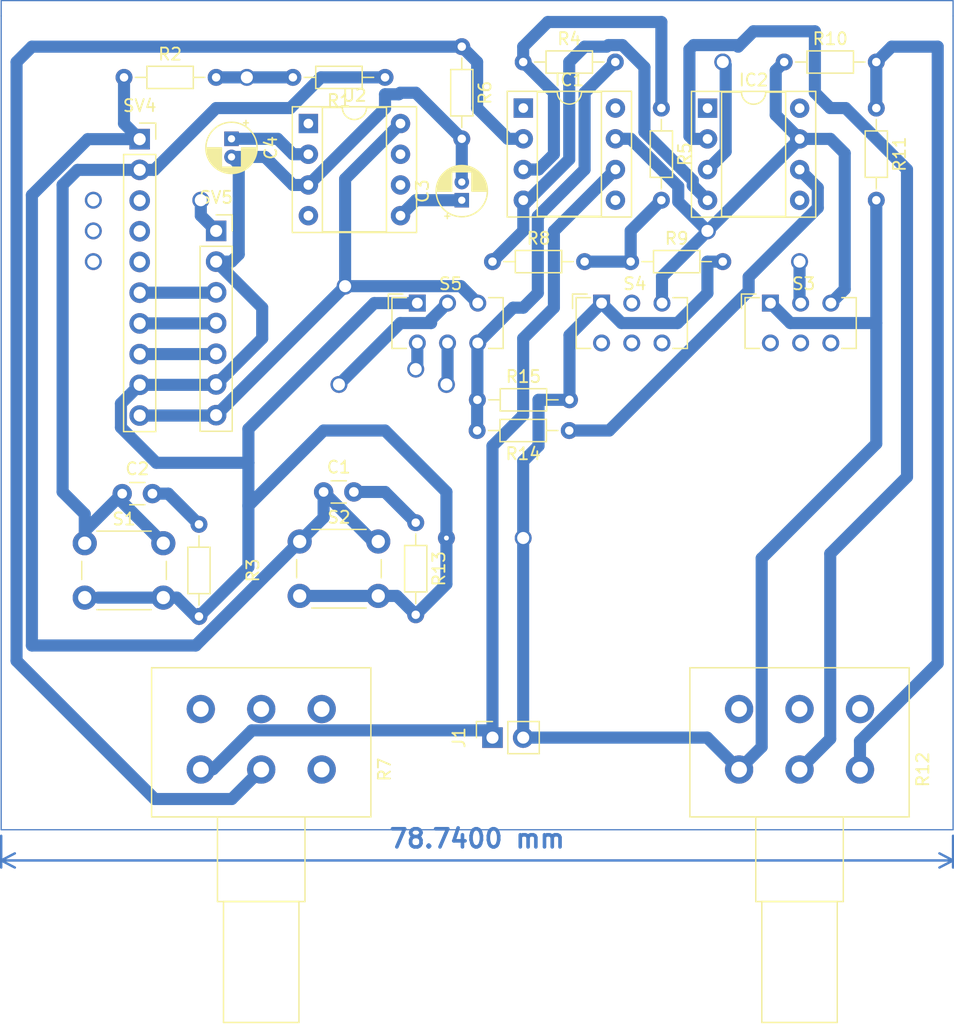
<source format=kicad_pcb>
(kicad_pcb (version 20211014) (generator pcbnew)
  (layers (0 "F.Cu" signal) (31 "B.Cu" signal) (34 "B.Paste" user) (35 "F.Paste" user) (36 "B.SilkS" user "B.Silkscreen") (37 "F.SilkS" user "F.Silkscreen") (38 "B.Mask" user) (39 "F.Mask" user) (44 "Edge.Cuts" user))
  (net 0 "")
  (net 1 "/FPLUS")
  (net 2 "+5V")
  (net 3 "/FMINUS")
  (net 4 "Net-(C2-Pad2)")
  (net 5 "GND")
  (net 6 "Net-(IC1-Pad3)")
  (net 7 "/VIN_AMP")
  (net 8 "Net-(R5-Pad2)")
  (net 9 "Net-(IC1-Pad2)")
  (net 10 "-5V")
  (net 11 "/0.65V")
  (net 12 "Net-(C1-Pad2)")
  (net 13 "/VOUT_DUT")
  (net 15 "/VOUT_AMP")
  (net 16 "Net-(IC2-Pad2)")
  (net 22 "/VIN_DUT")
  (net 25 "Net-(C4-Pad-)")
  (net 26 "Net-(C3-Pad+)")
  (net 29 "Net-(C3-Pad-)")
  (net 30 "/TRI")
  (net 31 "/SQR")
  (net 32 "/SIN")
  (net 33 "/FSYNC")
  (net 34 "/SCLK")
  (net 35 "/SDATA")
  (net 36 "/OUT")
  (footprint "Resistor_THT:R_Axial_DIN0204_L3.6mm_D1.6mm_P7.62mm_Horizontal" (layer "F.Cu") (at 115.57 143.51 -90)
    (fp_text reference "R13" (at 3.81 -1.92 90) (layer "F.SilkS"))
    (fp_text value "100")
    (pad "1" thru_hole circle locked (at 0 0 270) (size 1.4 1.4) (drill 0.7) (layers *.Cu *.Mask) (net 12 "Net-(C1-Pad2)"))
    (pad "2" thru_hole oval locked (at 7.62 0 270) (size 1.4 1.4) (drill 0.7) (layers *.Cu *.Mask) (net 5 "GND"))
  )
  (footprint "Resistor_THT:R_Axial_DIN0204_L3.6mm_D1.6mm_P7.62mm_Horizontal" (layer "F.Cu") (at 97.64 143.65 -90)
    (fp_text reference "R3" (at 3.81 -4.46 90) (layer "F.SilkS"))
    (fp_text value "100")
    (pad "1" thru_hole circle locked (at 0 0 270) (size 1.4 1.4) (drill 0.7) (layers *.Cu *.Mask) (net 4 "Net-(C2-Pad2)"))
    (pad "2" thru_hole oval locked (at 7.62 0 270) (size 1.4 1.4) (drill 0.7) (layers *.Cu *.Mask) (net 5 "GND"))
  )
  (footprint "Button_Switch_THT:SW_CuK_JS202011CQN_DPDT_Straight" (layer "F.Cu") (at 115.7025 125.35)
    (fp_text reference "S5" (at 2.75 -1.6) (layer "F.SilkS"))
    (fp_text value "PVA2")
    (pad "1" thru_hole rect locked (at 0 0) (size 1.4 1.4) (drill 0.9) (layers *.Cu *.Mask) (net 5 "GND"))
    (pad "2" thru_hole circle locked (at 2.5 0) (size 1.4 1.4) (drill 0.9) (layers *.Cu *.Mask) (net 31 "/SQR"))
    (pad "3" thru_hole circle locked (at 5 0) (size 1.4 1.4) (drill 0.9) (layers *.Cu *.Mask) (net 2 "+5V"))
    (pad "4" thru_hole circle locked (at 0 3.3) (size 1.4 1.4) (drill 0.9) (layers *.Cu *.Mask) (net 22 "/VIN_DUT"))
    (pad "5" thru_hole circle locked (at 2.5 3.3) (size 1.4 1.4) (drill 0.9) (layers *.Cu *.Mask) (net 36 "/OUT"))
    (pad "6" thru_hole circle locked (at 5 3.3) (size 1.4 1.4) (drill 0.9) (layers *.Cu *.Mask) (net 7 "/VIN_AMP"))
  )
  (footprint "Connector_PinSocket_2.54mm:PinSocket_1x02_P2.54mm_Vertical" (layer "F.Cu") (at 121.92 161.29 90)
    (fp_text reference "J1" (at 0 -2.77 90) (layer "F.SilkS"))
    (fp_text value "Conn_01x02_Female")
    (pad "1" thru_hole rect locked (at 0 0 90) (size 1.7 1.7) (drill 1) (layers *.Cu *.Mask) (net 15 "/VOUT_AMP"))
    (pad "2" thru_hole oval locked (at 0 2.54 90) (size 1.7 1.7) (drill 1) (layers *.Cu *.Mask) (net 5 "GND"))
  )
  (footprint "Capacitor_THT:CP_Radial_D4.0mm_P1.50mm" (layer "F.Cu") (at 119.38 116.84 90)
    (fp_text reference "C3" (at 0.75 -3.25 90) (layer "F.SilkS"))
    (fp_text value "100uF")
    (pad "1" thru_hole rect locked (at 0 0 90) (size 1.2 1.2) (drill 0.6) (layers *.Cu *.Mask) (net 25 "Net-(C4-Pad-)"))
    (pad "2" thru_hole circle locked (at 1.5 0 90) (size 1.2 1.2) (drill 0.6) (layers *.Cu *.Mask) (net 5 "GND"))
  )
  (footprint "Capacitor_THT:C_Disc_D3.0mm_W1.6mm_P2.50mm" (layer "F.Cu") (at 107.95 140.97)
    (fp_text reference "C1" (at 1.25 -2.05) (layer "F.SilkS"))
    (fp_text value "100nF")
    (pad "1" thru_hole circle locked (at 0 0) (size 1.6 1.6) (drill 0.8) (layers *.Cu *.Mask) (net 3 "/FMINUS"))
    (pad "2" thru_hole circle locked (at 2.5 0) (size 1.6 1.6) (drill 0.8) (layers *.Cu *.Mask) (net 12 "Net-(C1-Pad2)"))
  )
  (footprint "Capacitor_THT:CP_Radial_D4.0mm_P1.50mm" (layer "F.Cu") (at 100.33 111.76 -90)
    (fp_text reference "C4" (at 0.75 -3.25 90) (layer "F.SilkS"))
    (fp_text value "100uF")
    (pad "1" thru_hole rect locked (at 0 0 270) (size 1.2 1.2) (drill 0.6) (layers *.Cu *.Mask) (net 26 "Net-(C3-Pad+)"))
    (pad "2" thru_hole circle locked (at 1.5 0 270) (size 1.2 1.2) (drill 0.6) (layers *.Cu *.Mask) (net 5 "GND"))
  )
  (footprint "Resistor_THT:R_Axial_DIN0204_L3.6mm_D1.6mm_P7.62mm_Horizontal" (layer "F.Cu") (at 119.38 104.14 -90)
    (fp_text reference "R6" (at 3.81 -1.92 90) (layer "F.SilkS"))
    (fp_text value "12k")
    (pad "1" thru_hole circle locked (at 0 0 270) (size 1.4 1.4) (drill 0.7) (layers *.Cu *.Mask) (net 9 "Net-(IC1-Pad2)"))
    (pad "2" thru_hole oval locked (at 7.62 0 270) (size 1.4 1.4) (drill 0.7) (layers *.Cu *.Mask) (net 5 "GND"))
  )
  (footprint "Resistor_THT:R_Axial_DIN0204_L3.6mm_D1.6mm_P7.62mm_Horizontal" (layer "F.Cu") (at 121.92 121.92)
    (fp_text reference "R8" (at 3.81 -1.92) (layer "F.SilkS"))
    (fp_text value "8k")
    (pad "1" thru_hole circle locked (at 0 0) (size 1.4 1.4) (drill 0.7) (layers *.Cu *.Mask) (net 10 "-5V"))
    (pad "2" thru_hole oval locked (at 7.62 0) (size 1.4 1.4) (drill 0.7) (layers *.Cu *.Mask) (net 8 "Net-(R5-Pad2)"))
  )
  (footprint "Potentiometer_THT:Potentiometer_Alps_RK163_Dual_Horizontal" (layer "F.Cu") (at 142.32 163.93 -90)
    (fp_text reference "R12" (at 0 -15.2 90) (layer "F.SilkS"))
    (fp_text value "100k")
    (pad "1" thru_hole circle locked (at 0 0 270) (size 2.34 2.34) (drill 1.3) (layers *.Cu *.Mask) (net 5 "GND"))
    (pad "2" thru_hole circle locked (at 0 -5 270) (size 2.34 2.34) (drill 1.3) (layers *.Cu *.Mask) (net 16 "Net-(IC2-Pad2)"))
    (pad "3" thru_hole circle locked (at 0 -10 270) (size 2.34 2.34) (drill 1.3) (layers *.Cu *.Mask) (net 11 "/0.65V"))
    (pad "4" thru_hole circle locked (at -5 0 270) (size 2.34 2.34) (drill 1.3) (layers *.Cu *.Mask))
    (pad "5" thru_hole circle locked (at -5 -5 270) (size 2.34 2.34) (drill 1.3) (layers *.Cu *.Mask))
    (pad "6" thru_hole circle locked (at -5 -10 270) (size 2.34 2.34) (drill 1.3) (layers *.Cu *.Mask))
  )
  (footprint "Button_Switch_THT:SW_PUSH_6mm_H4.3mm" (layer "F.Cu") (at 105.97 145.07)
    (fp_text reference "S2" (at 3.25 -2) (layer "F.SilkS"))
    (fp_text value "10-XX")
    (pad "1" thru_hole circle locked (at 6.5 0 90) (size 2 2) (drill 1.1) (layers *.Cu *.Mask) (net 3 "/FMINUS"))
    (pad "1" thru_hole circle locked (at 0 0 90) (size 2 2) (drill 1.1) (layers *.Cu *.Mask) (net 3 "/FMINUS"))
    (pad "2" thru_hole circle locked (at 6.5 4.5 90) (size 2 2) (drill 1.1) (layers *.Cu *.Mask) (net 5 "GND"))
    (pad "2" thru_hole circle locked (at 0 4.5 90) (size 2 2) (drill 1.1) (layers *.Cu *.Mask) (net 5 "GND"))
  )
  (footprint "Connector_PinSocket_2.54mm:PinSocket_1x07_P2.54mm_Vertical" (layer "F.Cu") (at 99.06 119.38)
    (fp_text reference "SV5" (at 0 -2.77) (layer "F.SilkS"))
    (fp_text value "FE07-1")
    (pad "1" thru_hole rect locked (at 0 0) (size 1.7 1.7) (drill 1) (layers *.Cu *.Mask) (net 36 "/OUT"))
    (pad "2" thru_hole oval locked (at 0 2.54) (size 1.7 1.7) (drill 1) (layers *.Cu *.Mask) (net 5 "GND"))
    (pad "3" thru_hole oval locked (at 0 5.08) (size 1.7 1.7) (drill 1) (layers *.Cu *.Mask) (net 33 "/FSYNC"))
    (pad "4" thru_hole oval locked (at 0 7.62) (size 1.7 1.7) (drill 1) (layers *.Cu *.Mask) (net 34 "/SCLK"))
    (pad "5" thru_hole oval locked (at 0 10.16) (size 1.7 1.7) (drill 1) (layers *.Cu *.Mask) (net 35 "/SDATA"))
    (pad "6" thru_hole oval locked (at 0 12.7) (size 1.7 1.7) (drill 1) (layers *.Cu *.Mask) (net 5 "GND"))
    (pad "7" thru_hole oval locked (at 0 15.24) (size 1.7 1.7) (drill 1) (layers *.Cu *.Mask) (net 2 "+5V"))
  )
  (footprint "Resistor_THT:R_Axial_DIN0204_L3.6mm_D1.6mm_P7.62mm_Horizontal" (layer "F.Cu") (at 133.35 121.92)
    (fp_text reference "R9" (at 3.81 -1.92) (layer "F.SilkS"))
    (fp_text value "560")
    (pad "1" thru_hole circle locked (at 0 0) (size 1.4 1.4) (drill 0.7) (layers *.Cu *.Mask) (net 8 "Net-(R5-Pad2)"))
    (pad "2" thru_hole oval locked (at 7.62 0) (size 1.4 1.4) (drill 0.7) (layers *.Cu *.Mask) (net 5 "GND"))
  )
  (footprint "Capacitor_THT:C_Disc_D3.0mm_W1.6mm_P2.50mm" (layer "F.Cu") (at 91.29 141.11)
    (fp_text reference "C2" (at 1.25 -2.05) (layer "F.SilkS"))
    (fp_text value "100nF")
    (pad "1" thru_hole circle locked (at 0 0) (size 1.6 1.6) (drill 0.8) (layers *.Cu *.Mask) (net 1 "/FPLUS"))
    (pad "2" thru_hole circle locked (at 2.5 0) (size 1.6 1.6) (drill 0.8) (layers *.Cu *.Mask) (net 4 "Net-(C2-Pad2)"))
  )
  (footprint "Resistor_THT:R_Axial_DIN0204_L3.6mm_D1.6mm_P7.62mm_Horizontal" (layer "F.Cu") (at 120.67 133.35)
    (fp_text reference "R15" (at 3.81 -1.92) (layer "F.SilkS"))
    (fp_text value "680")
    (pad "1" thru_hole circle locked (at 0 0) (size 1.4 1.4) (drill 0.7) (layers *.Cu *.Mask) (net 7 "/VIN_AMP"))
    (pad "2" thru_hole oval locked (at 7.62 0) (size 1.4 1.4) (drill 0.7) (layers *.Cu *.Mask) (net 5 "GND"))
  )
  (footprint "Package_DIP:DIP-8_W7.62mm_Socket" (layer "F.Cu") (at 106.69 110.5)
    (fp_text reference "U2" (at 3.81 -2.33) (layer "F.SilkS"))
    (fp_text value "ICL7660SIPAZ")
    (pad "1" thru_hole rect locked (at 0 0) (size 1.6 1.6) (drill 0.8) (layers *.Cu *.Mask))
    (pad "2" thru_hole oval locked (at 0 2.54) (size 1.6 1.6) (drill 0.8) (layers *.Cu *.Mask) (net 26 "Net-(C3-Pad+)"))
    (pad "3" thru_hole oval locked (at 0 5.08) (size 1.6 1.6) (drill 0.8) (layers *.Cu *.Mask) (net 5 "GND"))
    (pad "4" thru_hole oval locked (at 0 7.62) (size 1.6 1.6) (drill 0.8) (layers *.Cu *.Mask) (net 29 "Net-(C3-Pad-)"))
    (pad "5" thru_hole oval locked (at 7.62 7.62) (size 1.6 1.6) (drill 0.8) (layers *.Cu *.Mask) (net 25 "Net-(C4-Pad-)"))
    (pad "6" thru_hole oval locked (at 7.62 5.08) (size 1.6 1.6) (drill 0.8) (layers *.Cu *.Mask))
    (pad "7" thru_hole oval locked (at 7.62 2.54) (size 1.6 1.6) (drill 0.8) (layers *.Cu *.Mask))
    (pad "8" thru_hole oval locked (at 7.62 0) (size 1.6 1.6) (drill 0.8) (layers *.Cu *.Mask) (net 2 "+5V"))
  )
  (footprint "Potentiometer_THT:Potentiometer_Alps_RK163_Dual_Horizontal" (layer "F.Cu") (at 97.79 163.93 -90)
    (fp_text reference "R7" (at 0 -15.2 90) (layer "F.SilkS"))
    (fp_text value "3RP/1610N")
    (pad "1" thru_hole circle locked (at 0 0 270) (size 2.34 2.34) (drill 1.3) (layers *.Cu *.Mask) (net 15 "/VOUT_AMP"))
    (pad "2" thru_hole circle locked (at 0 -5 270) (size 2.34 2.34) (drill 1.3) (layers *.Cu *.Mask) (net 9 "Net-(IC1-Pad2)"))
    (pad "3" thru_hole circle locked (at 0 -10 270) (size 2.34 2.34) (drill 1.3) (layers *.Cu *.Mask))
    (pad "4" thru_hole circle locked (at -5 0 270) (size 2.34 2.34) (drill 1.3) (layers *.Cu *.Mask))
    (pad "5" thru_hole circle locked (at -5 -5 270) (size 2.34 2.34) (drill 1.3) (layers *.Cu *.Mask))
    (pad "6" thru_hole circle locked (at -5 -10 270) (size 2.34 2.34) (drill 1.3) (layers *.Cu *.Mask))
  )
  (footprint "Package_DIP:DIP-8_W7.62mm_Socket" (layer "F.Cu") (at 139.71 109.23)
    (fp_text reference "IC2" (at 3.81 -2.33) (layer "F.SilkS"))
    (fp_text value "741P")
    (pad "1" thru_hole rect locked (at 0 0) (size 1.6 1.6) (drill 0.8) (layers *.Cu *.Mask))
    (pad "2" thru_hole oval locked (at 0 2.54) (size 1.6 1.6) (drill 0.8) (layers *.Cu *.Mask) (net 16 "Net-(IC2-Pad2)"))
    (pad "3" thru_hole oval locked (at 0 5.08) (size 1.6 1.6) (drill 0.8) (layers *.Cu *.Mask) (net 22 "/VIN_DUT"))
    (pad "4" thru_hole oval locked (at 0 7.62) (size 1.6 1.6) (drill 0.8) (layers *.Cu *.Mask) (net 10 "-5V"))
    (pad "5" thru_hole oval locked (at 7.62 7.62) (size 1.6 1.6) (drill 0.8) (layers *.Cu *.Mask))
    (pad "6" thru_hole oval locked (at 7.62 5.08) (size 1.6 1.6) (drill 0.8) (layers *.Cu *.Mask) (net 13 "/VOUT_DUT"))
    (pad "7" thru_hole oval locked (at 7.62 2.54) (size 1.6 1.6) (drill 0.8) (layers *.Cu *.Mask) (net 2 "+5V"))
    (pad "8" thru_hole oval locked (at 7.62 0) (size 1.6 1.6) (drill 0.8) (layers *.Cu *.Mask))
  )
  (footprint "Resistor_THT:R_Axial_DIN0204_L3.6mm_D1.6mm_P7.62mm_Horizontal" (layer "F.Cu") (at 124.46 105.41)
    (fp_text reference "R4" (at 3.81 -1.92) (layer "F.SilkS"))
    (fp_text value "100k")
    (pad "1" thru_hole circle locked (at 0 0) (size 1.4 1.4) (drill 0.7) (layers *.Cu *.Mask) (net 6 "Net-(IC1-Pad3)"))
    (pad "2" thru_hole oval locked (at 7.62 0) (size 1.4 1.4) (drill 0.7) (layers *.Cu *.Mask) (net 7 "/VIN_AMP"))
  )
  (footprint "Resistor_THT:R_Axial_DIN0204_L3.6mm_D1.6mm_P7.62mm_Horizontal" (layer "F.Cu") (at 146.05 105.41)
    (fp_text reference "R10" (at 3.81 -1.92) (layer "F.SilkS"))
    (fp_text value "4.7k")
    (pad "1" thru_hole circle locked (at 0 0) (size 1.4 1.4) (drill 0.7) (layers *.Cu *.Mask) (net 2 "+5V"))
    (pad "2" thru_hole oval locked (at 7.62 0) (size 1.4 1.4) (drill 0.7) (layers *.Cu *.Mask) (net 11 "/0.65V"))
  )
  (footprint "Resistor_THT:R_Axial_DIN0204_L3.6mm_D1.6mm_P7.62mm_Horizontal" (layer "F.Cu") (at 113.03 106.68 180)
    (fp_text reference "R1" (at 3.81 -1.92) (layer "F.SilkS"))
    (fp_text value "4.7k")
    (pad "1" thru_hole circle locked (at 0 0 180) (size 1.4 1.4) (drill 0.7) (layers *.Cu *.Mask) (net 1 "/FPLUS"))
    (pad "2" thru_hole oval locked (at 7.62 0 180) (size 1.4 1.4) (drill 0.7) (layers *.Cu *.Mask) (net 2 "+5V"))
  )
  (footprint "Resistor_THT:R_Axial_DIN0204_L3.6mm_D1.6mm_P7.62mm_Horizontal" (layer "F.Cu") (at 91.44 106.68)
    (fp_text reference "R2" (at 3.81 -1.92) (layer "F.SilkS"))
    (fp_text value "4.7k")
    (pad "1" thru_hole circle locked (at 0 0) (size 1.4 1.4) (drill 0.7) (layers *.Cu *.Mask) (net 3 "/FMINUS"))
    (pad "2" thru_hole oval locked (at 7.62 0) (size 1.4 1.4) (drill 0.7) (layers *.Cu *.Mask) (net 2 "+5V"))
  )
  (footprint "Package_DIP:DIP-8_W7.62mm_Socket" (layer "F.Cu") (at 124.47 109.22)
    (fp_text reference "IC1" (at 3.81 -2.33) (layer "F.SilkS"))
    (fp_text value "741P")
    (pad "1" thru_hole rect locked (at 0 0) (size 1.6 1.6) (drill 0.8) (layers *.Cu *.Mask))
    (pad "2" thru_hole oval locked (at 0 2.54) (size 1.6 1.6) (drill 0.8) (layers *.Cu *.Mask) (net 9 "Net-(IC1-Pad2)"))
    (pad "3" thru_hole oval locked (at 0 5.08) (size 1.6 1.6) (drill 0.8) (layers *.Cu *.Mask) (net 6 "Net-(IC1-Pad3)"))
    (pad "4" thru_hole oval locked (at 0 7.62) (size 1.6 1.6) (drill 0.8) (layers *.Cu *.Mask) (net 10 "-5V"))
    (pad "5" thru_hole oval locked (at 7.62 7.62) (size 1.6 1.6) (drill 0.8) (layers *.Cu *.Mask))
    (pad "6" thru_hole oval locked (at 7.62 5.08) (size 1.6 1.6) (drill 0.8) (layers *.Cu *.Mask) (net 15 "/VOUT_AMP"))
    (pad "7" thru_hole oval locked (at 7.62 2.54) (size 1.6 1.6) (drill 0.8) (layers *.Cu *.Mask) (net 2 "+5V"))
    (pad "8" thru_hole oval locked (at 7.62 0) (size 1.6 1.6) (drill 0.8) (layers *.Cu *.Mask))
  )
  (footprint "Button_Switch_THT:SW_CuK_JS202011CQN_DPDT_Straight" (layer "F.Cu") (at 130.9425 125.35)
    (fp_text reference "S4" (at 2.75 -1.6) (layer "F.SilkS"))
    (fp_text value "PVA2")
    (pad "1" thru_hole rect locked (at 0 0) (size 1.4 1.4) (drill 0.9) (layers *.Cu *.Mask) (net 5 "GND"))
    (pad "2" thru_hole circle locked (at 2.5 0) (size 1.4 1.4) (drill 0.9) (layers *.Cu *.Mask) (net 30 "/TRI"))
    (pad "3" thru_hole circle locked (at 5 0) (size 1.4 1.4) (drill 0.9) (layers *.Cu *.Mask) (net 2 "+5V"))
    (pad "4" thru_hole circle locked (at 0 3.3) (size 1.4 1.4) (drill 0.9) (layers *.Cu *.Mask))
    (pad "5" thru_hole circle locked (at 2.5 3.3) (size 1.4 1.4) (drill 0.9) (layers *.Cu *.Mask))
    (pad "6" thru_hole circle locked (at 5 3.3) (size 1.4 1.4) (drill 0.9) (layers *.Cu *.Mask))
  )
  (footprint "Button_Switch_THT:SW_CuK_JS202011CQN_DPDT_Straight" (layer "F.Cu") (at 144.9125 125.35)
    (fp_text reference "S3" (at 2.75 -1.6) (layer "F.SilkS"))
    (fp_text value "PVA2")
    (pad "1" thru_hole rect locked (at 0 0) (size 1.4 1.4) (drill 0.9) (layers *.Cu *.Mask) (net 5 "GND"))
    (pad "2" thru_hole circle locked (at 2.5 0) (size 1.4 1.4) (drill 0.9) (layers *.Cu *.Mask) (net 32 "/SIN"))
    (pad "3" thru_hole circle locked (at 5 0) (size 1.4 1.4) (drill 0.9) (layers *.Cu *.Mask) (net 2 "+5V"))
    (pad "4" thru_hole circle locked (at 0 3.3) (size 1.4 1.4) (drill 0.9) (layers *.Cu *.Mask))
    (pad "5" thru_hole circle locked (at 2.5 3.3) (size 1.4 1.4) (drill 0.9) (layers *.Cu *.Mask))
    (pad "6" thru_hole circle locked (at 5 3.3) (size 1.4 1.4) (drill 0.9) (layers *.Cu *.Mask))
  )
  (footprint "Connector_PinSocket_2.54mm:PinSocket_1x10_P2.54mm_Vertical" (layer "F.Cu") (at 92.735 111.79)
    (fp_text reference "SV4" (at 0 -2.77) (layer "F.SilkS"))
    (fp_text value "FE10-1")
    (pad "1" thru_hole rect locked (at 0 0) (size 1.7 1.7) (drill 1) (layers *.Cu *.Mask) (net 3 "/FMINUS"))
    (pad "2" thru_hole oval locked (at 0 2.54) (size 1.7 1.7) (drill 1) (layers *.Cu *.Mask) (net 1 "/FPLUS"))
    (pad "3" thru_hole oval locked (at 0 5.08) (size 1.7 1.7) (drill 1) (layers *.Cu *.Mask) (net 30 "/TRI"))
    (pad "4" thru_hole oval locked (at 0 7.62) (size 1.7 1.7) (drill 1) (layers *.Cu *.Mask) (net 31 "/SQR"))
    (pad "5" thru_hole oval locked (at 0 10.16) (size 1.7 1.7) (drill 1) (layers *.Cu *.Mask) (net 32 "/SIN"))
    (pad "6" thru_hole oval locked (at 0 12.7) (size 1.7 1.7) (drill 1) (layers *.Cu *.Mask) (net 33 "/FSYNC"))
    (pad "7" thru_hole oval locked (at 0 15.24) (size 1.7 1.7) (drill 1) (layers *.Cu *.Mask) (net 34 "/SCLK"))
    (pad "8" thru_hole oval locked (at 0 17.78) (size 1.7 1.7) (drill 1) (layers *.Cu *.Mask) (net 35 "/SDATA"))
    (pad "9" thru_hole oval locked (at 0 20.32) (size 1.7 1.7) (drill 1) (layers *.Cu *.Mask) (net 5 "GND"))
    (pad "10" thru_hole oval locked (at 0 22.86) (size 1.7 1.7) (drill 1) (layers *.Cu *.Mask) (net 2 "+5V"))
  )
  (footprint "Resistor_THT:R_Axial_DIN0204_L3.6mm_D1.6mm_P7.62mm_Horizontal" (layer "F.Cu") (at 128.27 135.89 180)
    (fp_text reference "R14" (at 3.81 -1.92) (layer "F.SilkS"))
    (fp_text value "4.7k")
    (pad "1" thru_hole circle locked (at 0 0 180) (size 1.4 1.4) (drill 0.7) (layers *.Cu *.Mask) (net 13 "/VOUT_DUT"))
    (pad "2" thru_hole oval locked (at 7.62 0 180) (size 1.4 1.4) (drill 0.7) (layers *.Cu *.Mask) (net 7 "/VIN_AMP"))
  )
  (footprint "Resistor_THT:R_Axial_DIN0204_L3.6mm_D1.6mm_P7.62mm_Horizontal" (layer "F.Cu") (at 153.67 109.22 -90)
    (fp_text reference "R11" (at 3.81 -1.92 90) (layer "F.SilkS"))
    (fp_text value "680")
    (pad "1" thru_hole circle locked (at 0 0 270) (size 1.4 1.4) (drill 0.7) (layers *.Cu *.Mask) (net 11 "/0.65V"))
    (pad "2" thru_hole oval locked (at 7.62 0 270) (size 1.4 1.4) (drill 0.7) (layers *.Cu *.Mask) (net 5 "GND"))
  )
  (footprint "Resistor_THT:R_Axial_DIN0204_L3.6mm_D1.6mm_P7.62mm_Horizontal" (layer "F.Cu") (at 135.89 109.22 -90)
    (fp_text reference "R5" (at 3.81 -1.92 90) (layer "F.SilkS"))
    (fp_text value "100k")
    (pad "1" thru_hole circle locked (at 0 0 270) (size 1.4 1.4) (drill 0.7) (layers *.Cu *.Mask) (net 6 "Net-(IC1-Pad3)"))
    (pad "2" thru_hole oval locked (at 7.62 0 270) (size 1.4 1.4) (drill 0.7) (layers *.Cu *.Mask) (net 8 "Net-(R5-Pad2)"))
  )
  (footprint "Button_Switch_THT:SW_PUSH_6mm_H4.3mm" (layer "F.Cu") (at 88.19 145.21)
    (fp_text reference "S1" (at 3.25 -2) (layer "F.SilkS"))
    (fp_text value "10-XX")
    (pad "1" thru_hole circle locked (at 0 0 90) (size 2 2) (drill 1.1) (layers *.Cu *.Mask) (net 1 "/FPLUS"))
    (pad "1" thru_hole circle locked (at 6.5 0 90) (size 2 2) (drill 1.1) (layers *.Cu *.Mask) (net 1 "/FPLUS"))
    (pad "2" thru_hole circle locked (at 0 4.5 90) (size 2 2) (drill 1.1) (layers *.Cu *.Mask) (net 5 "GND"))
    (pad "2" thru_hole circle locked (at 6.5 4.5 90) (size 2 2) (drill 1.1) (layers *.Cu *.Mask) (net 5 "GND"))
  )
  (gr_line (start 160.02 168.91) (end 160.02 101.6) (layer "B.Cu") (width 0.1))
  (gr_line (start 81.28 168.91) (end 160.02 168.91) (layer "B.Cu") (width 0.1))
  (gr_line (start 81.28 101.6) (end 81.28 100.33) (layer "B.Cu") (width 0.1))
  (gr_line (start 81.28 100.33) (end 160.02 100.33) (layer "B.Cu") (width 0.1))
  (gr_line (start 81.28 168.91) (end 81.28 101.6) (layer "B.Cu") (width 0.1))
  (gr_line (start 160.02 100.33) (end 160.02 101.6) (layer "B.Cu") (width 0.1))
  (dimension (type aligned) (layer "B.Cu") (pts (xy 81.28 168.91) (xy 160.02 168.91)) (height 2.54) (gr_text "78.7400 mm" (at 120.65 169.65) (layer "B.Cu") (effects (font (size 1.5 1.5) (thickness 0.3)))) (format (units 3) (units_format 1) (precision 4)) (style (thickness 0.2) (arrow_length 1.27) (text_position_mode 0) (extension_height 0.58642) (extension_offset 0.5) keep_text_aligned))
  (segment (start 99.06 109.22) (end 93.95 114.33) (width 1) (layer "B.Cu") (net 1))
  (segment (start 105.190489 109.22) (end 99.06 109.22) (width 1) (layer "B.Cu") (net 1))
  (segment (start 88.19 145.21) (end 88.19 144.21) (width 1) (layer "B.Cu") (net 1))
  (segment (start 87.6 114.33) (end 86.36 115.57) (width 1) (layer "B.Cu") (net 1))
  (segment (start 91.29 141.81) (end 94.69 145.21) (width 1) (layer "B.Cu") (net 1))
  (segment (start 107.730489 106.68) (end 105.190489 109.22) (width 1) (layer "B.Cu") (net 1))
  (segment (start 88.19 142.8) (end 88.19 145.21) (width 1) (layer "B.Cu") (net 1))
  (segment (start 91.29 141.11) (end 91.29 141.81) (width 1) (layer "B.Cu") (net 1))
  (segment (start 93.95 114.33) (end 92.735 114.33) (width 1) (layer "B.Cu") (net 1))
  (segment (start 88.19 144.21) (end 91.29 141.11) (width 1) (layer "B.Cu") (net 1))
  (segment (start 113.03 106.68) (end 107.730489 106.68) (width 1) (layer "B.Cu") (net 1))
  (segment (start 86.36 115.57) (end 86.36 140.97) (width 1) (layer "B.Cu") (net 1))
  (segment (start 92.735 114.33) (end 87.6 114.33) (width 1) (layer "B.Cu") (net 1))
  (segment (start 86.36 140.97) (end 88.19 142.8) (width 1) (layer "B.Cu") (net 1))
  (via (at 109.729511 123.950489) (size 1.4) (drill 1) (layers "F.Cu" "B.Cu") (net 2))
  (via (at 139.7 119.38) (size 1.4) (drill 1) (layers "F.Cu" "B.Cu") (net 2))
  (via (at 101.6 106.68) (size 1.4) (drill 1) (layers "F.Cu" "B.Cu") (net 2))
  (segment (start 147.33 111.77) (end 145.35 109.79) (width 1) (layer "B.Cu") (net 2))
  (segment (start 151.05952 124.20298) (end 151.05952 112.95952) (width 1) (layer "B.Cu") (net 2))
  (segment (start 139.7 119.38) (end 137.289511 116.969511) (width 1) (layer "B.Cu") (net 2))
  (segment (start 145.35 109.79) (end 145.35 106.11) (width 1) (layer "B.Cu") (net 2))
  (segment (start 135.9425 123.1575) (end 139.72 119.38) (width 1) (layer "B.Cu") (net 2))
  (segment (start 145.35 106.11) (end 146.05 105.41) (width 1) (layer "B.Cu") (net 2))
  (segment (start 137.289511 116.969511) (end 137.289511 115.699511) (width 1) (layer "B.Cu") (net 2))
  (segment (start 151.05952 112.95952) (end 149.87 111.77) (width 1) (layer "B.Cu") (net 2))
  (segment (start 119.302989 123.950489) (end 120.7025 125.35) (width 1) (layer "B.Cu") (net 2))
  (segment (start 92.735 134.65) (end 99.03 134.65) (width 1) (layer "B.Cu") (net 2))
  (segment (start 114.31 110.5) (end 109.729511 115.080489) (width 1) (layer "B.Cu") (net 2))
  (segment (start 109.729511 123.950489) (end 119.302989 123.950489) (width 1) (layer "B.Cu") (net 2))
  (segment (start 132.09 111.76) (end 133.35 111.76) (width 1) (layer "B.Cu") (net 2))
  (segment (start 99.03 134.65) (end 99.06 134.62) (width 1) (layer "B.Cu") (net 2))
  (segment (start 101.6 106.68) (end 105.41 106.68) (width 1) (layer "B.Cu") (net 2))
  (segment (start 99.06 134.62) (end 109.729511 123.950489) (width 1) (layer "B.Cu") (net 2))
  (segment (start 135.9425 125.35) (end 135.9425 123.1575) (width 1) (layer "B.Cu") (net 2))
  (segment (start 147.33 111.77) (end 139.72 119.38) (width 1) (layer "B.Cu") (net 2))
  (segment (start 149.9125 125.35) (end 151.05952 124.20298) (width 1) (layer "B.Cu") (net 2))
  (segment (start 137.289511 115.699511) (end 133.35 111.76) (width 1) (layer "B.Cu") (net 2))
  (segment (start 139.72 119.38) (end 139.7 119.38) (width 1) (layer "B.Cu") (net 2))
  (segment (start 99.06 106.68) (end 101.6 106.68) (width 1) (layer "B.Cu") (net 2))
  (segment (start 109.729511 115.080489) (end 109.729511 123.950489) (width 1) (layer "B.Cu") (net 2))
  (segment (start 149.87 111.77) (end 147.33 111.77) (width 1) (layer "B.Cu") (net 2))
  (segment (start 107.95 143.09) (end 105.97 145.07) (width 1) (layer "B.Cu") (net 3))
  (segment (start 107.95 140.97) (end 112.05 145.07) (width 1) (layer "B.Cu") (net 3))
  (segment (start 83.82 116.413622) (end 88.443622 111.79) (width 1) (layer "B.Cu") (net 3))
  (segment (start 97.37 153.67) (end 83.82 153.67) (width 1) (layer "B.Cu") (net 3))
  (segment (start 91.44 110.495) (end 92.735 111.79) (width 1) (layer "B.Cu") (net 3))
  (segment (start 83.82 153.67) (end 83.82 116.413622) (width 1) (layer "B.Cu") (net 3))
  (segment (start 112.05 145.07) (end 112.47 145.07) (width 1) (layer "B.Cu") (net 3))
  (segment (start 107.95 140.97) (end 107.95 143.09) (width 1) (layer "B.Cu") (net 3))
  (segment (start 91.44 106.68) (end 91.44 110.495) (width 1) (layer "B.Cu") (net 3))
  (segment (start 105.97 145.07) (end 97.37 153.67) (width 1) (layer "B.Cu") (net 3))
  (segment (start 88.443622 111.79) (end 92.735 111.79) (width 1) (layer "B.Cu") (net 3))
  (segment (start 93.79 141.11) (end 95.1 141.11) (width 1) (layer "B.Cu") (net 4))
  (segment (start 95.1 141.11) (end 97.64 143.65) (width 1) (layer "B.Cu") (net 4))
  (via (at 118.11 144.78) (size 1.4) (drill 0.4) (layers "F.Cu" "B.Cu") (net 5))
  (via (at 124.46 144.78) (size 1.4) (drill 1) (layers "F.Cu" "B.Cu") (net 5))
  (segment (start 139.7 121.92) (end 140.97 121.92) (width 1) (layer "B.Cu") (net 5))
  (segment (start 115.57 151.13) (end 118.11 148.59) (width 1) (layer "B.Cu") (net 5))
  (segment (start 153.67 116.84) (end 153.67 127) (width 1) (layer "B.Cu") (net 5))
  (segment (start 124.46 138.43) (end 124.46 144.78) (width 1) (layer "B.Cu") (net 5))
  (segment (start 100.33 113.26) (end 100.93 113.86) (width 1) (layer "B.Cu") (net 5))
  (segment (start 91.185489 135.635489) (end 94.109511 138.559511) (width 1) (layer "B.Cu") (net 5))
  (segment (start 97.37 151.27) (end 95.81 149.71) (width 1) (layer "B.Cu") (net 5))
  (segment (start 115.57 107.95) (end 119.38 111.76) (width 1) (layer "B.Cu") (net 5))
  (segment (start 101.729511 147.180489) (end 101.729511 142.110489) (width 1) (layer "B.Cu") (net 5))
  (segment (start 132.5925 127) (end 137.23048 127) (width 1) (layer "B.Cu") (net 5))
  (segment (start 114.3 107.95) (end 115.57 107.95) (width 1) (layer "B.Cu") (net 5))
  (segment (start 118.11 140.97) (end 113.03 135.89) (width 1) (layer "B.Cu") (net 5))
  (segment (start 144.189511 162.060489) (end 144.189511 146.4566) (width 1) (layer "B.Cu") (net 5))
  (segment (start 144.9125 125.35) (end 146.5625 127) (width 1) (layer "B.Cu") (net 5))
  (segment (start 105.42 115.58) (end 103.1 113.26) (width 1) (layer "B.Cu") (net 5))
  (segment (start 125.73 133.35) (end 128.29 133.35) (width 1) (layer "B.Cu") (net 5))
  (segment (start 101.729511 135.760489) (end 101.729511 138.559511) (width 1) (layer "B.Cu") (net 5))
  (segment (start 92.735 132.11) (end 99.03 132.11) (width 1) (layer "B.Cu") (net 5))
  (segment (start 102.87 128.27) (end 99.06 132.08) (width 1) (layer "B.Cu") (net 5))
  (segment (start 94.109511 138.559511) (end 101.729511 138.559511) (width 1) (layer "B.Cu") (net 5))
  (segment (start 142.32 163.93) (end 144.189511 162.060489) (width 1) (layer "B.Cu") (net 5))
  (segment (start 128.29 133.35) (end 128.29 128.0025) (width 1) (layer "B.Cu") (net 5))
  (segment (start 91.185489 133.659511) (end 91.185489 135.635489) (width 1) (layer "B.Cu") (net 5))
  (segment (start 118.11 148.59) (end 118.11 144.78) (width 1) (layer "B.Cu") (net 5))
  (segment (start 89.31 149.71) (end 95.81 149.71) (width 1) (layer "B.Cu") (net 5))
  (segment (start 115.7025 125.35) (end 112.14 125.35) (width 1) (layer "B.Cu") (net 5))
  (segment (start 125.73 137.16) (end 125.73 133.35) (width 1) (layer "B.Cu") (net 5))
  (segment (start 92.735 132.11) (end 91.185489 133.659511) (width 1) (layer "B.Cu") (net 5))
  (segment (start 130.9425 125.35) (end 132.5925 127) (width 1) (layer "B.Cu") (net 5))
  (segment (start 119.38 115.34) (end 119.38 111.76) (width 1) (layer "B.Cu") (net 5))
  (segment (start 124.46 161.29) (end 139.68 161.29) (width 1) (layer "B.Cu") (net 5))
  (segment (start 137.23048 127) (end 139.7 124.53048) (width 1) (layer "B.Cu") (net 5))
  (segment (start 105.97 149.57) (end 112.47 149.57) (width 1) (layer "B.Cu") (net 5))
  (segment (start 97.64 151.27) (end 101.729511 147.180489) (width 1) (layer "B.Cu") (net 5))
  (segment (start 112.14 125.35) (end 101.729511 135.760489) (width 1) (layer "B.Cu") (net 5))
  (segment (start 128.29 128.0025) (end 130.9425 125.35) (width 1) (layer "B.Cu") (net 5))
  (segment (start 99.03 132.11) (end 99.06 132.08) (width 1) (layer "B.Cu") (net 5))
  (segment (start 114.01 149.57) (end 115.57 151.13) (width 1) (layer "B.Cu") (net 5))
  (segment (start 106.69 115.58) (end 113.03 109.24) (width 1) (layer "B.Cu") (net 5))
  (segment (start 114.170489 108.079511) (end 114.3 107.95) (width 1) (layer "B.Cu") (net 5))
  (segment (start 125.73 137.16) (end 124.46 138.43) (width 1) (layer "B.Cu") (net 5))
  (segment (start 103.1 113.26) (end 100.33 113.26) (width 1) (layer "B.Cu") (net 5))
  (segment (start 100.33 121.92) (end 99.06 121.92) (width 1) (layer "B.Cu") (net 5))
  (segment (start 144.189511 146.4566) (end 153.67 136.976111) (width 1) (layer "B.Cu") (net 5))
  (segment (start 102.87 125.73) (end 102.87 128.27) (width 1) (layer "B.Cu") (net 5))
  (segment (start 139.68 161.29) (end 142.32 163.93) (width 1) (layer "B.Cu") (net 5))
  (segment (start 124.46 144.78) (end 124.46 161.29) (width 1) (layer "B.Cu") (net 5))
  (segment (start 106.69 115.58) (end 105.42 115.58) (width 1) (layer "B.Cu") (net 5))
  (segment (start 113.03 108.079511) (end 114.170489 108.079511) (width 1) (layer "B.Cu") (net 5))
  (segment (start 118.11 144.78) (end 118.11 140.97) (width 1) (layer "B.Cu") (net 5))
  (segment (start 139.7 124.53048) (end 139.7 121.92) (width 1) (layer "B.Cu") (net 5))
  (segment (start 113.03 109.24) (end 113.03 108.079511) (width 1) (layer "B.Cu") (net 5))
  (segment (start 100.93 121.32) (end 100.33 121.92) (width 1) (layer "B.Cu") (net 5))
  (segment (start 107.95 135.89) (end 101.729511 142.110489) (width 1) (layer "B.Cu") (net 5))
  (segment (start 153.67 127) (end 153.67 136.976111) (width 1) (layer "B.Cu") (net 5))
  (segment (start 112.47 149.57) (end 114.01 149.57) (width 1) (layer "B.Cu") (net 5))
  (segment (start 99.06 121.92) (end 102.87 125.73) (width 1) (layer "B.Cu") (net 5))
  (segment (start 146.5625 127) (end 153.67 127) (width 1) (layer "B.Cu") (net 5))
  (segment (start 113.03 135.89) (end 107.95 135.89) (width 1) (layer "B.Cu") (net 5))
  (segment (start 101.729511 142.110489) (end 101.729511 138.559511) (width 1) (layer "B.Cu") (net 5))
  (segment (start 100.93 113.86) (end 100.93 121.32) (width 1) (layer "B.Cu") (net 5))
  (segment (start 125.73 114.3) (end 124.47 114.3) (width 1) (layer "B.Cu") (net 6))
  (segment (start 124.46 104.14) (end 126.49998 102.10002) (width 1) (layer "B.Cu") (net 6))
  (segment (start 127 107.95) (end 127 113.03) (width 1) (layer "B.Cu") (net 6))
  (segment (start 124.46 105.41) (end 127 107.95) (width 1) (layer "B.Cu") (net 6))
  (segment (start 127 113.03) (end 125.73 114.3) (width 1) (layer "B.Cu") (net 6))
  (segment (start 124.46 105.41) (end 124.46 104.14) (width 1) (layer "B.Cu") (net 6))
  (segment (start 135.89 102.10002) (end 135.89 109.22) (width 1) (layer "B.Cu") (net 6))
  (segment (start 126.49998 102.10002) (end 135.89 102.10002) (width 1) (layer "B.Cu") (net 6))
  (segment (start 123.6225 125.73) (end 120.7025 128.65) (width 1) (layer "B.Cu") (net 7))
  (segment (start 120.67 128.6825) (end 120.7025 128.65) (width 1) (layer "B.Cu") (net 7))
  (segment (start 125.66952 124.52048) (end 125.66952 118.17048) (width 1) (layer "B.Cu") (net 7))
  (segment (start 120.65 135.89) (end 120.65 133.37) (width 1) (layer "B.Cu") (net 7))
  (segment (start 132.08 105.41) (end 129.54 107.95) (width 1) (layer "B.Cu") (net 7))
  (segment (start 124.46 125.73) (end 125.66952 124.52048) (width 1) (layer "B.Cu") (net 7))
  (segment (start 129.54 107.95) (end 129.54 114.3) (width 1) (layer "B.Cu") (net 7))
  (segment (start 125.66952 118.17048) (end 129.54 114.3) (width 1) (layer "B.Cu") (net 7))
  (segment (start 120.65 133.37) (end 120.67 133.35) (width 1) (layer "B.Cu") (net 7))
  (segment (start 120.67 133.35) (end 120.67 128.6825) (width 1) (layer "B.Cu") (net 7))
  (segment (start 124.46 125.73) (end 123.6225 125.73) (width 1) (layer "B.Cu") (net 7))
  (segment (start 133.35 119.38) (end 135.89 116.84) (width 1) (layer "B.Cu") (net 8))
  (segment (start 133.35 121.92) (end 133.35 119.38) (width 1) (layer "B.Cu") (net 8))
  (segment (start 129.54 121.92) (end 133.35 121.92) (width 1) (layer "B.Cu") (net 8))
  (segment (start 83.82 104.14) (end 82.55 105.41) (width 1) (layer "B.Cu") (net 9))
  (segment (start 119.38 104.14) (end 83.82 104.14) (width 1) (layer "B.Cu") (net 9))
  (segment (start 100.35 166.37) (end 102.79 163.93) (width 1) (layer "B.Cu") (net 9))
  (segment (start 123.19 111.76) (end 124.47 111.76) (width 1) (layer "B.Cu") (net 9))
  (segment (start 82.55 154.94) (end 93.98 166.37) (width 1) (layer "B.Cu") (net 9))
  (segment (start 93.98 166.37) (end 100.35 166.37) (width 1) (layer "B.Cu") (net 9))
  (segment (start 120.65 109.22) (end 123.19 111.76) (width 1) (layer "B.Cu") (net 9))
  (segment (start 82.55 105.41) (end 82.55 154.94) (width 1) (layer "B.Cu") (net 9))
  (segment (start 119.38 104.14) (end 120.65 105.41) (width 1) (layer "B.Cu") (net 9))
  (segment (start 120.65 105.41) (end 120.65 109.22) (width 1) (layer "B.Cu") (net 9))
  (segment (start 131.370791 104.14) (end 131.500302 104.010489) (width 1) (layer "B.Cu") (net 10))
  (segment (start 124.886378 116.84) (end 128.27 113.456378) (width 1) (layer "B.Cu") (net 10))
  (segment (start 124.47 116.84) (end 124.47 119.37) (width 1) (layer "B.Cu") (net 10))
  (segment (start 131.500302 104.010489) (end 132.659698 104.010489) (width 1) (layer "B.Cu") (net 10))
  (segment (start 138.489031 115.202653) (end 138.489031 115.629031) (width 1) (layer "B.Cu") (net 10))
  (segment (start 134.490489 111.204111) (end 138.489031 115.202653) (width 1) (layer "B.Cu") (net 10))
  (segment (start 128.27 113.456378) (end 128.27 105.41) (width 1) (layer "B.Cu") (net 10))
  (segment (start 134.490489 105.84128) (end 134.490489 111.204111) (width 1) (layer "B.Cu") (net 10))
  (segment (start 132.659698 104.010489) (end 134.490489 105.84128) (width 1) (layer "B.Cu") (net 10))
  (segment (start 124.47 119.37) (end 121.92 121.92) (width 1) (layer "B.Cu") (net 10))
  (segment (start 138.489031 115.629031) (end 139.71 116.85) (width 1) (layer "B.Cu") (net 10))
  (segment (start 128.27 105.41) (end 129.54 104.14) (width 1) (layer "B.Cu") (net 10))
  (segment (start 129.54 104.14) (end 131.370791 104.14) (width 1) (layer "B.Cu") (net 10))
  (segment (start 124.47 116.84) (end 124.886378 116.84) (width 1) (layer "B.Cu") (net 10))
  (segment (start 153.67 109.22) (end 153.67 105.41) (width 1) (layer "B.Cu") (net 11))
  (segment (start 158.75 104.14) (end 158.75 155.143889) (width 1) (layer "B.Cu") (net 11))
  (segment (start 158.75 155.143889) (end 152.32 161.573889) (width 1) (layer "B.Cu") (net 11))
  (segment (start 153.67 105.41) (end 154.94 104.14) (width 1) (layer "B.Cu") (net 11))
  (segment (start 152.32 161.573889) (end 152.32 163.93) (width 1) (layer "B.Cu") (net 11))
  (segment (start 154.94 104.14) (end 158.75 104.14) (width 1) (layer "B.Cu") (net 11))
  (segment (start 110.45 140.97) (end 113.03 140.97) (width 1) (layer "B.Cu") (net 12))
  (segment (start 113.03 140.97) (end 115.57 143.51) (width 1) (layer "B.Cu") (net 12))
  (segment (start 148.829511 117.471119) (end 143.11063 123.19) (width 1) (layer "B.Cu") (net 13))
  (segment (start 131.573478 135.89) (end 128.27 135.89) (width 1) (layer "B.Cu") (net 13))
  (segment (start 143.11063 124.352848) (end 131.573478 135.89) (width 1) (layer "B.Cu") (net 13))
  (segment (start 143.11063 123.19) (end 143.11063 124.352848) (width 1) (layer "B.Cu") (net 13))
  (segment (start 147.33 114.31) (end 148.829511 115.809511) (width 1) (layer "B.Cu") (net 13))
  (segment (start 148.829511 115.809511) (end 148.829511 117.471119) (width 1) (layer "B.Cu") (net 13))
  (segment (start 121.92 161.29) (end 121.320489 160.690489) (width 1) (layer "B.Cu") (net 15))
  (segment (start 127 119.39) (end 127 125.73) (width 1) (layer "B.Cu") (net 15))
  (segment (start 121.92 137.16) (end 121.92 161.29) (width 1) (layer "B.Cu") (net 15))
  (segment (start 127 125.73) (end 124.46 128.27) (width 1) (layer "B.Cu") (net 15))
  (segment (start 124.46 128.27) (end 124.46 134.62) (width 1) (layer "B.Cu") (net 15))
  (segment (start 98.805631 163.90048) (end 97.79 163.90048) (width 1) (layer "B.Cu") (net 15))
  (segment (start 124.46 134.62) (end 121.92 137.16) (width 1) (layer "B.Cu") (net 15))
  (segment (start 132.09 114.3) (end 127 119.39) (width 1) (layer "B.Cu") (net 15))
  (segment (start 121.320489 160.690489) (end 102.015622 160.690489) (width 1) (layer "B.Cu") (net 15))
  (segment (start 102.015622 160.690489) (end 98.805631 163.90048) (width 1) (layer "B.Cu") (net 15))
  (segment (start 138.210489 104.359511) (end 138.210489 111.540489) (width 1) (layer "B.Cu") (net 16))
  (segment (start 143.51 102.87) (end 142.24 104.14) (width 1) (layer "B.Cu") (net 16))
  (segment (start 149.86 161.39) (end 147.32 163.93) (width 1) (layer "B.Cu") (net 16))
  (segment (start 149.86 146.073889) (end 149.86 161.39) (width 1) (layer "B.Cu") (net 16))
  (segment (start 138.44 111.77) (end 139.71 111.77) (width 1) (layer "B.Cu") (net 16))
  (segment (start 149.86 109.22) (end 148.59 107.95) (width 1) (layer "B.Cu") (net 16))
  (segment (start 156.21 139.723889) (end 156.21 114.3) (width 1) (layer "B.Cu") (net 16))
  (segment (start 138.559511 104.010489) (end 138.210489 104.359511) (width 1) (layer "B.Cu") (net 16))
  (segment (start 142.24 104.14) (end 142.110489 104.010489) (width 1) (layer "B.Cu") (net 16))
  (segment (start 142.110489 104.010489) (end 138.559511 104.010489) (width 1) (layer "B.Cu") (net 16))
  (segment (start 156.21 139.723889) (end 149.86 146.073889) (width 1) (layer "B.Cu") (net 16))
  (segment (start 151.13 109.22) (end 149.86 109.22) (width 1) (layer "B.Cu") (net 16))
  (segment (start 156.21 114.3) (end 151.13 109.22) (width 1) (layer "B.Cu") (net 16))
  (segment (start 138.210489 111.540489) (end 138.44 111.77) (width 1) (layer "B.Cu") (net 16))
  (segment (start 148.59 107.95) (end 148.59 102.87) (width 1) (layer "B.Cu") (net 16))
  (segment (start 148.59 102.87) (end 143.51 102.87) (width 1) (layer "B.Cu") (net 16))
  (via (at 115.57 130.81) (size 1.4) (drill 1) (layers "F.Cu" "B.Cu") (net 22))
  (via (at 140.97 105.41) (size 1.4) (drill 1) (layers "F.Cu" "B.Cu") (net 22))
  (segment (start 115.7025 128.65) (end 115.7025 130.6775) (width 1) (layer "B.Cu") (net 22))
  (segment (start 115.7025 130.6775) (end 115.57 130.81) (width 1) (layer "B.Cu") (net 22))
  (segment (start 141.209511 105.649511) (end 140.97 105.41) (width 1) (layer "B.Cu") (net 22))
  (segment (start 139.71 114.31) (end 141.209511 112.810489) (width 1) (layer "B.Cu") (net 22))
  (segment (start 141.209511 112.810489) (end 141.209511 105.649511) (width 1) (layer "B.Cu") (net 22))
  (segment (start 119.38 116.84) (end 115.59 116.84) (width 1) (layer "B.Cu") (net 25))
  (segment (start 115.59 116.84) (end 114.31 118.12) (width 1) (layer "B.Cu") (net 25))
  (segment (start 104.14 111.76) (end 100.33 111.76) (width 1) (layer "B.Cu") (net 26))
  (segment (start 106.69 113.04) (end 105.42 113.04) (width 1) (layer "B.Cu") (net 26))
  (segment (start 105.42 113.04) (end 104.14 111.76) (width 1) (layer "B.Cu") (net 26))
  (via (at 88.9 116.84) (size 1.4) (drill 1) (layers "F.Cu" "B.Cu") (net 30))
  (via (at 88.9 119.38) (size 1.4) (drill 1) (layers "F.Cu" "B.Cu") (net 31))
  (via (at 109.22 132.08) (size 1.4) (drill 1) (layers "F.Cu" "B.Cu") (net 31))
  (segment (start 118.2025 125.35) (end 116.84 126.7125) (width 1) (layer "B.Cu") (net 31))
  (segment (start 116.84 127) (end 114.3 127) (width 1) (layer "B.Cu") (net 31))
  (segment (start 116.84 126.7125) (end 116.84 127) (width 1) (layer "B.Cu") (net 31))
  (segment (start 114.3 127) (end 109.22 132.08) (width 1) (layer "B.Cu") (net 31))
  (via (at 88.9 121.92) (size 1.4) (drill 1) (layers "F.Cu" "B.Cu") (net 32))
  (via (at 147.32 121.92) (size 1.4) (drill 1) (layers "F.Cu" "B.Cu") (net 32))
  (segment (start 147.32 125.2575) (end 147.4125 125.35) (width 1) (layer "B.Cu") (net 32))
  (segment (start 147.32 121.92) (end 147.32 125.2575) (width 1) (layer "B.Cu") (net 32))
  (segment (start 99.03 124.49) (end 99.06 124.46) (width 1) (layer "B.Cu") (net 33))
  (segment (start 92.735 124.49) (end 99.03 124.49) (width 1) (layer "B.Cu") (net 33))
  (segment (start 92.735 127.03) (end 99.03 127.03) (width 1) (layer "B.Cu") (net 34))
  (segment (start 99.03 127.03) (end 99.06 127) (width 1) (layer "B.Cu") (net 34))
  (segment (start 92.735 129.57) (end 99.03 129.57) (width 1) (layer "B.Cu") (net 35))
  (segment (start 99.03 129.57) (end 99.06 129.54) (width 1) (layer "B.Cu") (net 35))
  (via (at 97.79 116.84) (size 1.4) (drill 1) (layers "F.Cu" "B.Cu") (net 36))
  (via (at 118.11 132.08) (size 1.4) (drill 1) (layers "F.Cu" "B.Cu") (net 36))
  (segment (start 97.79 118.11) (end 97.79 116.84) (width 1) (layer "B.Cu") (net 36))
  (segment (start 99.06 119.38) (end 97.79 118.11) (width 1) (layer "B.Cu") (net 36))
  (segment (start 118.11 132.08) (end 118.2025 131.9875) (width 1) (layer "B.Cu") (net 36))
  (segment (start 118.2025 128.65) (end 118.2025 131.9875) (width 1) (layer "B.Cu") (net 36))
)
</source>
